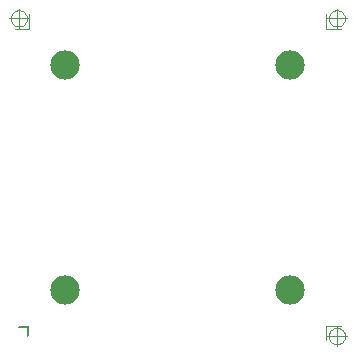
<source format=gbr>
G04 AutoGERB for AutoCAD 14/2000*
G04 RS274-X Output *
%FSLAX34Y34*%
%MOIN*%
%ADD12C,0.005000*%
%ADD13C,0.007000*%
%ADD14C,0.004500*%
%ADD15C,0.098000*%
%ADD16C,0.030000*%
%ADD17C,0.015000*%
%ADD18C,0.040000*%
%ADD19C,0.011904*%
G36*X-312Y0D02*X-396Y-90D01*X-90Y-90*X-90Y-396*X0Y-312*X0Y0*X-312Y0*G37*G54D14*X10248Y-75D02*X10206Y-78D01*X10166Y-87*X10126Y-104*X10090Y-126*X10058Y-153*X10031Y-185*X10008Y-221*X9992Y-260*X9982Y-302*X9978Y-343*G54D14*X9978Y-345D02*X9982Y-387D01*X9992Y-428*X10008Y-467*X10030Y-503*X10057Y-535*X10089Y-563*X10125Y-585*X10164Y-601*X10205Y-611*X10247Y-615*G54D14*X9900Y0D02*X10383Y0D01*G54D14*X10248Y-345D02*X9923Y-345D01*G54D14*X9900Y0D02*X9900Y-483D01*G54D14*X10248Y-615D02*X10291Y-611D01*X10331Y-601*X10371Y-585*X10407Y-563*X10439Y-536*X10466Y-504*X10489Y-468*X10505Y-429*X10515Y-388*X10518Y-346*G54D14*X10248Y-345D02*X10248Y-671D01*G54D14*X10518Y-345D02*X10515Y-302D01*X10505Y-261*X10490Y-222*X10467Y-186*X10440Y-154*X10408Y-127*X10372Y-104*X10333Y-88*X10292Y-78*X10250Y-75*G54D14*X10248Y-345D02*X10574Y-345D01*G54D14*X10248Y-345D02*X10248Y-19D01*G54D14*X-348Y10515D02*X-391Y10511D01*X-431Y10501*X-471Y10485*X-507Y10463*X-539Y10436*X-566Y10404*X-589Y10368*X-605Y10329*X-615Y10288*X-618Y10246*G54D14*X-618Y10245D02*X-615Y10202D01*X-605Y10161*X-590Y10122*X-567Y10086*X-540Y10054*X-508Y10027*X-472Y10004*X-433Y9988*X-392Y9978*X-350Y9975*G54D14*X-348Y10245D02*X-674Y10245D01*G54D14*X-348Y9975D02*X-306Y9978D01*X-266Y9987*X-226Y10004*X-190Y10026*X-158Y10053*X-131Y10085*X-108Y10121*X-92Y10160*X-82Y10202*X-78Y10243*G54D14*X-348Y10245D02*X-348Y9919D01*G54D14*X0Y9900D02*X0Y10383D01*G54D14*X0Y9900D02*X-483Y9900D01*G54D14*X-78Y10245D02*X-82Y10287D01*X-92Y10328*X-108Y10367*X-130Y10403*X-157Y10435*X-189Y10463*X-225Y10485*X-264Y10501*X-305Y10511*X-347Y10515*G54D14*X-348Y10245D02*X-23Y10245D01*G54D14*X-348Y10245D02*X-348Y10571D01*G54D14*X10518Y10245D02*X10515Y10287D01*X10505Y10328*X10490Y10367*X10467Y10403*X10440Y10435*X10408Y10463*X10372Y10485*X10333Y10501*X10292Y10511*X10250Y10515*G54D14*X10248Y9975D02*X10291Y9978D01*X10331Y9987*X10371Y10004*X10407Y10026*X10439Y10053*X10466Y10085*X10489Y10121*X10505Y10160*X10515Y10202*X10518Y10243*G54D14*X10248Y10245D02*X10574Y10245D01*G54D14*X9978Y10245D02*X9982Y
10202D01*X9992Y10161*X10008Y10122*X10030Y10086*X10057Y10054*X10089Y10027*X10125Y10004*X10164Y9988*X10205Y9978*X10247Y9975*G54D14*X10248Y10245D02*X10248Y9919D01*G54D14*X9900Y9900D02*X9900Y10383D01*G54D14*X9900Y9900D02*X10383Y9900D01*G54D14*X10248Y10515D02*X10206Y10511D01*X10166Y10501*X10126Y10485*X10090Y10463*X10058Y10436*X10031Y10404*X10008Y10368*X9992Y10329*X9982Y10288*X9978Y10246*G54D14*X10248Y10245D02*X9923Y10245D01*G54D14*X10248Y10245D02*X10248Y10571D01*G54D15*X8700Y1200D03*G54D15*X1200Y1200D03*G54D15*X8700Y8700D03*G54D15*X1200Y8700D03*M02*

	THIS DOCUMENT AND ITS CONTENTS ARE OWNED BY, AND ARE
THE CONFIDENTIAL AND PROPRIETARY INFORMATION OF, MINI-CIRCUITS
("CONFIDENTIAL INFORMATION") AND MINI-CIRCUITS RESERVES ALL
DESIGN, USE, MANUFACTURING AND REPRODUCTION RIGHTS THERETO.
UNLESS OTHERWISE EXPRESSLY AGREED TO IN WRITING BY MINI-
CIRCUITS, THE CONFIDENTIAL INFROMATION WILL: (i) BE USED BY MINI-
CIRCUITS' VENDORS, VENDEES, OR THE UNITED STATES GOVERNMENT
("RECEIVING PARTY") SOLELY TO PROMOTE THE COMMERCIAL
RELATIONSHIP BETWEEN RECEIVING PARTY AND MINI-CIRCUITS
("PURPOSE") AND THEN ONLY TO THE EXTENT SPECIFIED BY MINI-
CIRCUITS; (ii) NOT BE USED FOR ANY OTHER PURPOSE AND NOT BE USED
IN ANY WAY DETRIMENTAL TO MINI-CIRCUITS OR TO COMPETE AGAINST
MINI-CIRCUITS; AND (iii) BE KEPT CONFIDENTIAL BY THE RECEIVING PARTY
AND RECEIVING PARTY AGREES NOT TO DISCLOSE THE CONFIDENTIAL
INFORMATION TO ANY THIRD PARTY.

</source>
